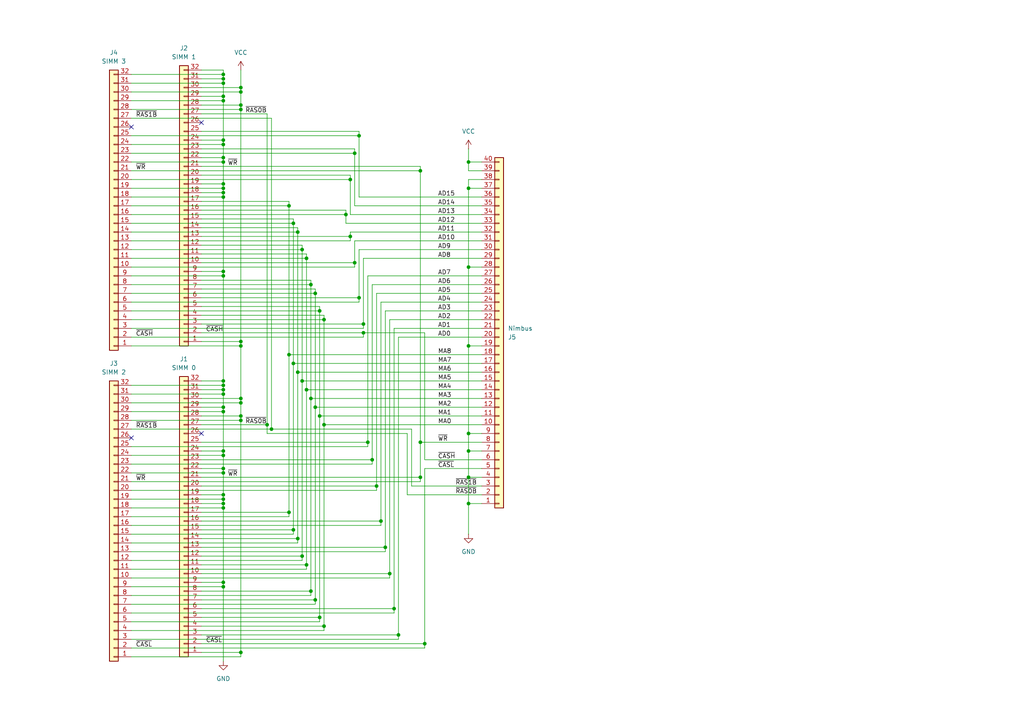
<source format=kicad_sch>
(kicad_sch (version 20231120) (generator "eeschema") (generator_version "8.0")
  (paper "A4")
  (title_block (title "RM Nimbus PC-186 SIMM adaptor") (date "2025-02-06") (company "David Knoll"))
  (lib_symbols
    (symbol "Connector_Generic:Conn_01x32" (pin_names (offset 1.016) hide)
      (property "Reference" "J" (at 0 40.64 0))
      (property "Value" "Conn_01x32" (at 0 -43.18 0))
      (symbol "Conn_01x32_1_1"
        (rectangle (start -1.27 -40.513) (end 0 -40.767) (stroke (width 0.1524)))
        (rectangle (start -1.27 -37.973) (end 0 -38.227) (stroke (width 0.1524)))
        (rectangle (start -1.27 -35.433) (end 0 -35.687) (stroke (width 0.1524)))
        (rectangle (start -1.27 -32.893) (end 0 -33.147) (stroke (width 0.1524)))
        (rectangle (start -1.27 -30.353) (end 0 -30.607) (stroke (width 0.1524)))
        (rectangle (start -1.27 -27.813) (end 0 -28.067) (stroke (width 0.1524)))
        (rectangle (start -1.27 -25.273) (end 0 -25.527) (stroke (width 0.1524)))
        (rectangle (start -1.27 -22.733) (end 0 -22.987) (stroke (width 0.1524)))
        (rectangle (start -1.27 -20.193) (end 0 -20.447) (stroke (width 0.1524)))
        (rectangle (start -1.27 -17.653) (end 0 -17.907) (stroke (width 0.1524)))
        (rectangle (start -1.27 -15.113) (end 0 -15.367) (stroke (width 0.1524)))
        (rectangle (start -1.27 -12.573) (end 0 -12.827) (stroke (width 0.1524)))
        (rectangle (start -1.27 -10.033) (end 0 -10.287) (stroke (width 0.1524)))
        (rectangle (start -1.27 -7.493) (end 0 -7.747) (stroke (width 0.1524)))
        (rectangle (start -1.27 -4.953) (end 0 -5.207) (stroke (width 0.1524)))
        (rectangle (start -1.27 -2.413) (end 0 -2.667) (stroke (width 0.1524)))
        (rectangle (start -1.27 0.127) (end 0 -0.127) (stroke (width 0.1524)))
        (rectangle (start -1.27 2.667) (end 0 2.413) (stroke (width 0.1524)))
        (rectangle (start -1.27 5.207) (end 0 4.953) (stroke (width 0.1524)))
        (rectangle (start -1.27 7.747) (end 0 7.493) (stroke (width 0.1524)))
        (rectangle (start -1.27 10.287) (end 0 10.033) (stroke (width 0.1524)))
        (rectangle (start -1.27 12.827) (end 0 12.573) (stroke (width 0.1524)))
        (rectangle (start -1.27 15.367) (end 0 15.113) (stroke (width 0.1524)))
        (rectangle (start -1.27 17.907) (end 0 17.653) (stroke (width 0.1524)))
        (rectangle (start -1.27 20.447) (end 0 20.193) (stroke (width 0.1524)))
        (rectangle (start -1.27 22.987) (end 0 22.733) (stroke (width 0.1524)))
        (rectangle (start -1.27 25.527) (end 0 25.273) (stroke (width 0.1524)))
        (rectangle (start -1.27 28.067) (end 0 27.813) (stroke (width 0.1524)))
        (rectangle (start -1.27 30.607) (end 0 30.353) (stroke (width 0.1524)))
        (rectangle (start -1.27 33.147) (end 0 32.893) (stroke (width 0.1524)))
        (rectangle (start -1.27 35.687) (end 0 35.433) (stroke (width 0.1524)))
        (rectangle (start -1.27 38.227) (end 0 37.973) (stroke (width 0.1524)))
        (rectangle (start -1.27 39.37) (end 1.27 -41.91) (stroke (width 0.254)) (fill (type background)))
        (pin passive line (at -5.08 38.1 0) (length 3.81) (name "Pin_1") (number "1"))
        (pin passive line (at -5.08 15.24 0) (length 3.81) (name "Pin_10") (number "10"))
        (pin passive line (at -5.08 12.7 0) (length 3.81) (name "Pin_11") (number "11"))
        (pin passive line (at -5.08 10.16 0) (length 3.81) (name "Pin_12") (number "12"))
        (pin passive line (at -5.08 7.62 0) (length 3.81) (name "Pin_13") (number "13"))
        (pin passive line (at -5.08 5.08 0) (length 3.81) (name "Pin_14") (number "14"))
        (pin passive line (at -5.08 2.54 0) (length 3.81) (name "Pin_15") (number "15"))
        (pin passive line (at -5.08 0 0) (length 3.81) (name "Pin_16") (number "16"))
        (pin passive line (at -5.08 -2.54 0) (length 3.81) (name "Pin_17") (number "17"))
        (pin passive line (at -5.08 -5.08 0) (length 3.81) (name "Pin_18") (number "18"))
        (pin passive line (at -5.08 -7.62 0) (length 3.81) (name "Pin_19") (number "19"))
        (pin passive line (at -5.08 35.56 0) (length 3.81) (name "Pin_2") (number "2"))
        (pin passive line (at -5.08 -10.16 0) (length 3.81) (name "Pin_20") (number "20"))
        (pin passive line (at -5.08 -12.7 0) (length 3.81) (name "Pin_21") (number "21"))
        (pin passive line (at -5.08 -15.24 0) (length 3.81) (name "Pin_22") (number "22"))
        (pin passive line (at -5.08 -17.78 0) (length 3.81) (name "Pin_23") (number "23"))
        (pin passive line (at -5.08 -20.32 0) (length 3.81) (name "Pin_24") (number "24"))
        (pin passive line (at -5.08 -22.86 0) (length 3.81) (name "Pin_25") (number "25"))
        (pin passive line (at -5.08 -25.4 0) (length 3.81) (name "Pin_26") (number "26"))
        (pin passive line (at -5.08 -27.94 0) (length 3.81) (name "Pin_27") (number "27"))
        (pin passive line (at -5.08 -30.48 0) (length 3.81) (name "Pin_28") (number "28"))
        (pin passive line (at -5.08 -33.02 0) (length 3.81) (name "Pin_29") (number "29"))
        (pin passive line (at -5.08 33.02 0) (length 3.81) (name "Pin_3") (number "3"))
        (pin passive line (at -5.08 -35.56 0) (length 3.81) (name "Pin_30") (number "30"))
        (pin passive line (at -5.08 -38.1 0) (length 3.81) (name "Pin_31") (number "31"))
        (pin passive line (at -5.08 -40.64 0) (length 3.81) (name "Pin_32") (number "32"))
        (pin passive line (at -5.08 30.48 0) (length 3.81) (name "Pin_4") (number "4"))
        (pin passive line (at -5.08 27.94 0) (length 3.81) (name "Pin_5") (number "5"))
        (pin passive line (at -5.08 25.4 0) (length 3.81) (name "Pin_6") (number "6"))
        (pin passive line (at -5.08 22.86 0) (length 3.81) (name "Pin_7") (number "7"))
        (pin passive line (at -5.08 20.32 0) (length 3.81) (name "Pin_8") (number "8"))
        (pin passive line (at -5.08 17.78 0) (length 3.81) (name "Pin_9") (number "9"))
      )
    )
    (symbol "Connector_Generic:Conn_01x40" (pin_names (offset 1.016) hide)
      (property "Reference" "J" (at 0 50.8 0))
      (property "Value" "Conn_01x40" (at 0 -53.34 0))
      (symbol "Conn_01x40_1_1"
        (rectangle (start -1.27 -50.673) (end 0 -50.927) (stroke (width 0.1524)))
        (rectangle (start -1.27 -48.133) (end 0 -48.387) (stroke (width 0.1524)))
        (rectangle (start -1.27 -45.593) (end 0 -45.847) (stroke (width 0.1524)))
        (rectangle (start -1.27 -43.053) (end 0 -43.307) (stroke (width 0.1524)))
        (rectangle (start -1.27 -40.513) (end 0 -40.767) (stroke (width 0.1524)))
        (rectangle (start -1.27 -37.973) (end 0 -38.227) (stroke (width 0.1524)))
        (rectangle (start -1.27 -35.433) (end 0 -35.687) (stroke (width 0.1524)))
        (rectangle (start -1.27 -32.893) (end 0 -33.147) (stroke (width 0.1524)))
        (rectangle (start -1.27 -30.353) (end 0 -30.607) (stroke (width 0.1524)))
        (rectangle (start -1.27 -27.813) (end 0 -28.067) (stroke (width 0.1524)))
        (rectangle (start -1.27 -25.273) (end 0 -25.527) (stroke (width 0.1524)))
        (rectangle (start -1.27 -22.733) (end 0 -22.987) (stroke (width 0.1524)))
        (rectangle (start -1.27 -20.193) (end 0 -20.447) (stroke (width 0.1524)))
        (rectangle (start -1.27 -17.653) (end 0 -17.907) (stroke (width 0.1524)))
        (rectangle (start -1.27 -15.113) (end 0 -15.367) (stroke (width 0.1524)))
        (rectangle (start -1.27 -12.573) (end 0 -12.827) (stroke (width 0.1524)))
        (rectangle (start -1.27 -10.033) (end 0 -10.287) (stroke (width 0.1524)))
        (rectangle (start -1.27 -7.493) (end 0 -7.747) (stroke (width 0.1524)))
        (rectangle (start -1.27 -4.953) (end 0 -5.207) (stroke (width 0.1524)))
        (rectangle (start -1.27 -2.413) (end 0 -2.667) (stroke (width 0.1524)))
        (rectangle (start -1.27 0.127) (end 0 -0.127) (stroke (width 0.1524)))
        (rectangle (start -1.27 2.667) (end 0 2.413) (stroke (width 0.1524)))
        (rectangle (start -1.27 5.207) (end 0 4.953) (stroke (width 0.1524)))
        (rectangle (start -1.27 7.747) (end 0 7.493) (stroke (width 0.1524)))
        (rectangle (start -1.27 10.287) (end 0 10.033) (stroke (width 0.1524)))
        (rectangle (start -1.27 12.827) (end 0 12.573) (stroke (width 0.1524)))
        (rectangle (start -1.27 15.367) (end 0 15.113) (stroke (width 0.1524)))
        (rectangle (start -1.27 17.907) (end 0 17.653) (stroke (width 0.1524)))
        (rectangle (start -1.27 20.447) (end 0 20.193) (stroke (width 0.1524)))
        (rectangle (start -1.27 22.987) (end 0 22.733) (stroke (width 0.1524)))
        (rectangle (start -1.27 25.527) (end 0 25.273) (stroke (width 0.1524)))
        (rectangle (start -1.27 28.067) (end 0 27.813) (stroke (width 0.1524)))
        (rectangle (start -1.27 30.607) (end 0 30.353) (stroke (width 0.1524)))
        (rectangle (start -1.27 33.147) (end 0 32.893) (stroke (width 0.1524)))
        (rectangle (start -1.27 35.687) (end 0 35.433) (stroke (width 0.1524)))
        (rectangle (start -1.27 38.227) (end 0 37.973) (stroke (width 0.1524)))
        (rectangle (start -1.27 40.767) (end 0 40.513) (stroke (width 0.1524)))
        (rectangle (start -1.27 43.307) (end 0 43.053) (stroke (width 0.1524)))
        (rectangle (start -1.27 45.847) (end 0 45.593) (stroke (width 0.1524)))
        (rectangle (start -1.27 48.387) (end 0 48.133) (stroke (width 0.1524)))
        (rectangle (start -1.27 49.53) (end 1.27 -52.07) (stroke (width 0.254)) (fill (type background)))
        (pin passive line (at -5.08 48.26 0) (length 3.81) (name "Pin_1") (number "1"))
        (pin passive line (at -5.08 25.4 0) (length 3.81) (name "Pin_10") (number "10"))
        (pin passive line (at -5.08 22.86 0) (length 3.81) (name "Pin_11") (number "11"))
        (pin passive line (at -5.08 20.32 0) (length 3.81) (name "Pin_12") (number "12"))
        (pin passive line (at -5.08 17.78 0) (length 3.81) (name "Pin_13") (number "13"))
        (pin passive line (at -5.08 15.24 0) (length 3.81) (name "Pin_14") (number "14"))
        (pin passive line (at -5.08 12.7 0) (length 3.81) (name "Pin_15") (number "15"))
        (pin passive line (at -5.08 10.16 0) (length 3.81) (name "Pin_16") (number "16"))
        (pin passive line (at -5.08 7.62 0) (length 3.81) (name "Pin_17") (number "17"))
        (pin passive line (at -5.08 5.08 0) (length 3.81) (name "Pin_18") (number "18"))
        (pin passive line (at -5.08 2.54 0) (length 3.81) (name "Pin_19") (number "19"))
        (pin passive line (at -5.08 45.72 0) (length 3.81) (name "Pin_2") (number "2"))
        (pin passive line (at -5.08 0 0) (length 3.81) (name "Pin_20") (number "20"))
        (pin passive line (at -5.08 -2.54 0) (length 3.81) (name "Pin_21") (number "21"))
        (pin passive line (at -5.08 -5.08 0) (length 3.81) (name "Pin_22") (number "22"))
        (pin passive line (at -5.08 -7.62 0) (length 3.81) (name "Pin_23") (number "23"))
        (pin passive line (at -5.08 -10.16 0) (length 3.81) (name "Pin_24") (number "24"))
        (pin passive line (at -5.08 -12.7 0) (length 3.81) (name "Pin_25") (number "25"))
        (pin passive line (at -5.08 -15.24 0) (length 3.81) (name "Pin_26") (number "26"))
        (pin passive line (at -5.08 -17.78 0) (length 3.81) (name "Pin_27") (number "27"))
        (pin passive line (at -5.08 -20.32 0) (length 3.81) (name "Pin_28") (number "28"))
        (pin passive line (at -5.08 -22.86 0) (length 3.81) (name "Pin_29") (number "29"))
        (pin passive line (at -5.08 43.18 0) (length 3.81) (name "Pin_3") (number "3"))
        (pin passive line (at -5.08 -25.4 0) (length 3.81) (name "Pin_30") (number "30"))
        (pin passive line (at -5.08 -27.94 0) (length 3.81) (name "Pin_31") (number "31"))
        (pin passive line (at -5.08 -30.48 0) (length 3.81) (name "Pin_32") (number "32"))
        (pin passive line (at -5.08 -33.02 0) (length 3.81) (name "Pin_33") (number "33"))
        (pin passive line (at -5.08 -35.56 0) (length 3.81) (name "Pin_34") (number "34"))
        (pin passive line (at -5.08 -38.1 0) (length 3.81) (name "Pin_35") (number "35"))
        (pin passive line (at -5.08 -40.64 0) (length 3.81) (name "Pin_36") (number "36"))
        (pin passive line (at -5.08 -43.18 0) (length 3.81) (name "Pin_37") (number "37"))
        (pin passive line (at -5.08 -45.72 0) (length 3.81) (name "Pin_38") (number "38"))
        (pin passive line (at -5.08 -48.26 0) (length 3.81) (name "Pin_39") (number "39"))
        (pin passive line (at -5.08 40.64 0) (length 3.81) (name "Pin_4") (number "4"))
        (pin passive line (at -5.08 -50.8 0) (length 3.81) (name "Pin_40") (number "40"))
        (pin passive line (at -5.08 38.1 0) (length 3.81) (name "Pin_5") (number "5"))
        (pin passive line (at -5.08 35.56 0) (length 3.81) (name "Pin_6") (number "6"))
        (pin passive line (at -5.08 33.02 0) (length 3.81) (name "Pin_7") (number "7"))
        (pin passive line (at -5.08 30.48 0) (length 3.81) (name "Pin_8") (number "8"))
        (pin passive line (at -5.08 27.94 0) (length 3.81) (name "Pin_9") (number "9"))
      )
    )
    (symbol "power:GND" (power) (pin_numbers hide) (pin_names (offset 0) hide)
      (property "Value" "GND" (at 0 -3.81 0))
      (symbol "GND_0_1"
        (polyline (pts (xy 0 0) (xy 0 -1.27) (xy 1.27 -1.27) (xy 0 -2.54) (xy -1.27 -1.27) (xy 0 -1.27)))
      )
      (symbol "GND_1_1"
        (pin power_in line (at 0 0 270) (length 0) (name "~") (number "1"))
      )
    )
    (symbol "power:VCC" (power) (pin_numbers hide) (pin_names (offset 0) hide)
      (property "Value" "VCC" (at 0 3.556 0))
      (symbol "VCC_0_1"
        (polyline (pts (xy -0.762 1.27) (xy 0 2.54)))
        (polyline (pts (xy 0 0) (xy 0 2.54)))
        (polyline (pts (xy 0 2.54) (xy 0.762 1.27)))
      )
      (symbol "VCC_1_1"
        (pin power_in line (at 0 0 90) (length 0) (name "~") (number "1"))
      )
    )
  )
  (junction (at 64.77 55.88))
  (junction (at 64.77 118.11))
  (junction (at 91.44 118.11))
  (junction (at 135.89 138.43))
  (junction (at 106.68 128.27))
  (junction (at 86.36 67.31))
  (junction (at 83.82 148.59))
  (junction (at 64.77 170.18))
  (junction (at 64.77 53.34))
  (junction (at 69.85 121.92))
  (junction (at 86.36 156.21))
  (junction (at 69.85 100.33))
  (junction (at 69.85 26.67))
  (junction (at 87.63 161.29))
  (junction (at 64.77 78.74))
  (junction (at 93.98 123.19))
  (junction (at 83.82 102.87))
  (junction (at 64.77 22.86))
  (junction (at 107.95 133.35))
  (junction (at 104.14 39.37))
  (junction (at 91.44 85.09))
  (junction (at 64.77 24.13))
  (junction (at 64.77 113.03))
  (junction (at 115.57 184.15))
  (junction (at 64.77 80.01))
  (junction (at 64.77 132.08))
  (junction (at 64.77 54.61))
  (junction (at 86.36 107.95))
  (junction (at 135.89 146.05))
  (junction (at 111.76 158.75))
  (junction (at 78.74 124.46))
  (junction (at 135.89 125.73))
  (junction (at 121.92 128.27))
  (junction (at 64.77 119.38))
  (junction (at 64.77 110.49))
  (junction (at 69.85 189.23))
  (junction (at 113.03 166.37))
  (junction (at 91.44 173.99))
  (junction (at 77.47 123.19))
  (junction (at 69.85 115.57))
  (junction (at 114.3 176.53))
  (junction (at 135.89 100.33))
  (junction (at 64.77 57.15))
  (junction (at 110.49 151.13))
  (junction (at 102.87 44.45))
  (junction (at 90.17 82.55))
  (junction (at 92.71 179.07))
  (junction (at 69.85 116.84))
  (junction (at 87.63 72.39))
  (junction (at 109.22 140.97))
  (junction (at 123.19 186.69))
  (junction (at 101.6 68.58))
  (junction (at 101.6 52.07))
  (junction (at 64.77 135.89))
  (junction (at 64.77 144.78))
  (junction (at 87.63 110.49))
  (junction (at 64.77 143.51))
  (junction (at 64.77 27.94))
  (junction (at 135.89 46.99))
  (junction (at 64.77 21.59))
  (junction (at 64.77 137.16))
  (junction (at 105.41 93.98))
  (junction (at 88.9 163.83))
  (junction (at 135.89 54.61))
  (junction (at 93.98 181.61))
  (junction (at 104.14 86.36))
  (junction (at 64.77 45.72))
  (junction (at 64.77 130.81))
  (junction (at 64.77 114.3))
  (junction (at 135.89 130.81))
  (junction (at 88.9 74.93))
  (junction (at 64.77 111.76))
  (junction (at 64.77 40.64))
  (junction (at 88.9 113.03))
  (junction (at 64.77 147.32))
  (junction (at 64.77 29.21))
  (junction (at 64.77 146.05))
  (junction (at 121.92 138.43))
  (junction (at 69.85 31.75))
  (junction (at 69.85 99.06))
  (junction (at 64.77 46.99))
  (junction (at 69.85 30.48))
  (junction (at 92.71 120.65))
  (junction (at 121.92 49.53))
  (junction (at 105.41 96.52))
  (junction (at 85.09 153.67))
  (junction (at 64.77 168.91))
  (junction (at 90.17 115.57))
  (junction (at 135.89 77.47))
  (junction (at 93.98 92.71))
  (junction (at 102.87 76.2))
  (junction (at 69.85 120.65))
  (junction (at 83.82 59.69))
  (junction (at 90.17 171.45))
  (junction (at 92.71 90.17))
  (junction (at 100.33 62.23))
  (junction (at 64.77 41.91))
  (junction (at 85.09 105.41))
  (junction (at 85.09 64.77))
  (junction (at 69.85 25.4))
  (no_connect (at 38.1 36.83))
  (no_connect (at 58.42 35.56))
  (no_connect (at 38.1 127))
  (no_connect (at 58.42 125.73))
  (wire (pts (xy 87.63 162.56) (xy 87.63 161.29)))
  (wire (pts (xy 107.95 134.62) (xy 107.95 133.35)))
  (wire (pts (xy 38.1 157.48) (xy 86.36 157.48)))
  (wire (pts (xy 92.71 90.17) (xy 92.71 88.9)))
  (wire (pts (xy 38.1 167.64) (xy 113.03 167.64)))
  (wire (pts (xy 139.7 95.25) (xy 114.3 95.25)))
  (wire (pts (xy 38.1 187.96) (xy 123.19 187.96)))
  (wire (pts (xy 121.92 48.26) (xy 58.42 48.26)))
  (wire (pts (xy 123.19 133.35) (xy 139.7 133.35)))
  (wire (pts (xy 38.1 175.26) (xy 91.44 175.26)))
  (wire (pts (xy 93.98 182.88) (xy 93.98 181.61)))
  (wire (pts (xy 58.42 93.98) (xy 105.41 93.98)))
  (wire (pts (xy 86.36 67.31) (xy 86.36 66.04)))
  (wire (pts (xy 38.1 119.38) (xy 64.77 119.38)))
  (wire (pts (xy 86.36 157.48) (xy 86.36 156.21)))
  (wire (pts (xy 139.7 135.89) (xy 123.19 135.89)))
  (wire (pts (xy 113.03 167.64) (xy 113.03 166.37)))
  (wire (pts (xy 38.1 134.62) (xy 107.95 134.62)))
  (wire (pts (xy 64.77 40.64) (xy 64.77 41.91)))
  (wire (pts (xy 38.1 87.63) (xy 104.14 87.63)))
  (wire (pts (xy 58.42 60.96) (xy 100.33 60.96)))
  (wire (pts (xy 64.77 27.94) (xy 64.77 29.21)))
  (wire (pts (xy 38.1 147.32) (xy 64.77 147.32)))
  (wire (pts (xy 38.1 142.24) (xy 109.22 142.24)))
  (wire (pts (xy 109.22 142.24) (xy 109.22 140.97)))
  (wire (pts (xy 101.6 67.31) (xy 101.6 68.58)))
  (wire (pts (xy 38.1 165.1) (xy 88.9 165.1)))
  (wire (pts (xy 38.1 97.79) (xy 105.41 97.79)))
  (wire (pts (xy 38.1 52.07) (xy 101.6 52.07)))
  (wire (pts (xy 58.42 20.32) (xy 64.77 20.32)))
  (wire (pts (xy 88.9 73.66) (xy 58.42 73.66)))
  (wire (pts (xy 58.42 33.02) (xy 77.47 33.02)))
  (wire (pts (xy 38.1 46.99) (xy 64.77 46.99)))
  (wire (pts (xy 38.1 111.76) (xy 64.77 111.76)))
  (wire (pts (xy 113.03 92.71) (xy 139.7 92.71)))
  (wire (pts (xy 58.42 53.34) (xy 64.77 53.34)))
  (wire (pts (xy 38.1 59.69) (xy 83.82 59.69)))
  (wire (pts (xy 38.1 80.01) (xy 64.77 80.01)))
  (wire (pts (xy 87.63 161.29) (xy 87.63 110.49)))
  (wire (pts (xy 86.36 107.95) (xy 86.36 156.21)))
  (wire (pts (xy 64.77 55.88) (xy 64.77 57.15)))
  (wire (pts (xy 58.42 153.67) (xy 85.09 153.67)))
  (wire (pts (xy 64.77 191.77) (xy 64.77 170.18)))
  (wire (pts (xy 38.1 170.18) (xy 64.77 170.18)))
  (wire (pts (xy 64.77 143.51) (xy 64.77 144.78)))
  (wire (pts (xy 123.19 135.89) (xy 123.19 186.69)))
  (wire (pts (xy 38.1 144.78) (xy 64.77 144.78)))
  (wire (pts (xy 121.92 139.7) (xy 121.92 138.43)))
  (wire (pts (xy 109.22 85.09) (xy 109.22 140.97)))
  (wire (pts (xy 135.89 138.43) (xy 139.7 138.43)))
  (wire (pts (xy 91.44 118.11) (xy 91.44 85.09)))
  (wire (pts (xy 38.1 116.84) (xy 69.85 116.84)))
  (wire (pts (xy 135.89 100.33) (xy 139.7 100.33)))
  (wire (pts (xy 123.19 187.96) (xy 123.19 186.69)))
  (wire (pts (xy 107.95 133.35) (xy 107.95 82.55)))
  (wire (pts (xy 135.89 146.05) (xy 135.89 138.43)))
  (wire (pts (xy 69.85 25.4) (xy 69.85 20.32)))
  (wire (pts (xy 64.77 80.01) (xy 64.77 78.74)))
  (wire (pts (xy 85.09 105.41) (xy 85.09 64.77)))
  (wire (pts (xy 38.1 185.42) (xy 115.57 185.42)))
  (wire (pts (xy 38.1 162.56) (xy 87.63 162.56)))
  (wire (pts (xy 38.1 44.45) (xy 102.87 44.45)))
  (wire (pts (xy 58.42 184.15) (xy 115.57 184.15)))
  (wire (pts (xy 92.71 179.07) (xy 92.71 120.65)))
  (wire (pts (xy 135.89 125.73) (xy 139.7 125.73)))
  (wire (pts (xy 102.87 76.2) (xy 102.87 69.85)))
  (wire (pts (xy 83.82 58.42) (xy 58.42 58.42)))
  (wire (pts (xy 64.77 132.08) (xy 64.77 130.81)))
  (wire (pts (xy 88.9 74.93) (xy 88.9 73.66)))
  (wire (pts (xy 106.68 128.27) (xy 106.68 80.01)))
  (wire (pts (xy 58.42 45.72) (xy 64.77 45.72)))
  (wire (pts (xy 92.71 120.65) (xy 92.71 90.17)))
  (wire (pts (xy 91.44 85.09) (xy 91.44 83.82)))
  (wire (pts (xy 38.1 132.08) (xy 64.77 132.08)))
  (wire (pts (xy 64.77 57.15) (xy 64.77 78.74)))
  (wire (pts (xy 38.1 74.93) (xy 88.9 74.93)))
  (wire (pts (xy 139.7 128.27) (xy 121.92 128.27)))
  (wire (pts (xy 64.77 119.38) (xy 64.77 118.11)))
  (wire (pts (xy 93.98 123.19) (xy 93.98 181.61)))
  (wire (pts (xy 109.22 140.97) (xy 58.42 140.97)))
  (wire (pts (xy 64.77 170.18) (xy 64.77 168.91)))
  (wire (pts (xy 64.77 20.32) (xy 64.77 21.59)))
  (wire (pts (xy 38.1 57.15) (xy 64.77 57.15)))
  (wire (pts (xy 100.33 60.96) (xy 100.33 62.23)))
  (wire (pts (xy 102.87 69.85) (xy 139.7 69.85)))
  (wire (pts (xy 104.14 57.15) (xy 139.7 57.15)))
  (wire (pts (xy 64.77 29.21) (xy 64.77 40.64)))
  (wire (pts (xy 64.77 24.13) (xy 64.77 27.94)))
  (wire (pts (xy 92.71 88.9) (xy 58.42 88.9)))
  (wire (pts (xy 38.1 100.33) (xy 69.85 100.33)))
  (wire (pts (xy 139.7 107.95) (xy 86.36 107.95)))
  (wire (pts (xy 85.09 63.5) (xy 58.42 63.5)))
  (wire (pts (xy 38.1 62.23) (xy 100.33 62.23)))
  (wire (pts (xy 78.74 124.46) (xy 78.74 34.29)))
  (wire (pts (xy 83.82 58.42) (xy 83.82 59.69)))
  (wire (pts (xy 64.77 53.34) (xy 64.77 54.61)))
  (wire (pts (xy 69.85 120.65) (xy 69.85 116.84)))
  (wire (pts (xy 92.71 180.34) (xy 92.71 179.07)))
  (wire (pts (xy 58.42 143.51) (xy 64.77 143.51)))
  (wire (pts (xy 139.7 115.57) (xy 90.17 115.57)))
  (wire (pts (xy 38.1 160.02) (xy 111.76 160.02)))
  (wire (pts (xy 38.1 124.46) (xy 78.74 124.46)))
  (wire (pts (xy 118.11 143.51) (xy 139.7 143.51)))
  (wire (pts (xy 38.1 121.92) (xy 69.85 121.92)))
  (wire (pts (xy 38.1 90.17) (xy 92.71 90.17)))
  (wire (pts (xy 139.7 113.03) (xy 88.9 113.03)))
  (wire (pts (xy 38.1 172.72) (xy 90.17 172.72)))
  (wire (pts (xy 69.85 99.06) (xy 69.85 31.75)))
  (wire (pts (xy 105.41 74.93) (xy 139.7 74.93)))
  (wire (pts (xy 106.68 129.54) (xy 106.68 128.27)))
  (wire (pts (xy 64.77 22.86) (xy 64.77 24.13)))
  (wire (pts (xy 38.1 72.39) (xy 87.63 72.39)))
  (wire (pts (xy 58.42 120.65) (xy 69.85 120.65)))
  (wire (pts (xy 58.42 40.64) (xy 64.77 40.64)))
  (wire (pts (xy 77.47 123.19) (xy 58.42 123.19)))
  (wire (pts (xy 139.7 67.31) (xy 101.6 67.31)))
  (wire (pts (xy 123.19 186.69) (xy 58.42 186.69)))
  (wire (pts (xy 58.42 76.2) (xy 102.87 76.2)))
  (wire (pts (xy 38.1 177.8) (xy 114.3 177.8)))
  (wire (pts (xy 58.42 27.94) (xy 64.77 27.94)))
  (wire (pts (xy 77.47 33.02) (xy 77.47 123.19)))
  (wire (pts (xy 139.7 49.53) (xy 135.89 49.53)))
  (wire (pts (xy 115.57 184.15) (xy 115.57 97.79)))
  (wire (pts (xy 38.1 139.7) (xy 121.92 139.7)))
  (wire (pts (xy 58.42 133.35) (xy 107.95 133.35)))
  (wire (pts (xy 88.9 113.03) (xy 88.9 74.93)))
  (wire (pts (xy 78.74 34.29) (xy 38.1 34.29)))
  (wire (pts (xy 135.89 77.47) (xy 135.89 54.61)))
  (wire (pts (xy 38.1 64.77) (xy 85.09 64.77)))
  (wire (pts (xy 58.42 146.05) (xy 64.77 146.05)))
  (wire (pts (xy 58.42 166.37) (xy 113.03 166.37)))
  (wire (pts (xy 86.36 107.95) (xy 86.36 67.31)))
  (wire (pts (xy 58.42 55.88) (xy 64.77 55.88)))
  (wire (pts (xy 115.57 97.79) (xy 139.7 97.79)))
  (wire (pts (xy 111.76 158.75) (xy 58.42 158.75)))
  (wire (pts (xy 87.63 72.39) (xy 87.63 71.12)))
  (wire (pts (xy 135.89 54.61) (xy 135.89 52.07)))
  (wire (pts (xy 115.57 185.42) (xy 115.57 184.15)))
  (wire (pts (xy 90.17 171.45) (xy 58.42 171.45)))
  (wire (pts (xy 111.76 90.17) (xy 111.76 158.75)))
  (wire (pts (xy 38.1 137.16) (xy 64.77 137.16)))
  (wire (pts (xy 38.1 29.21) (xy 64.77 29.21)))
  (wire (pts (xy 121.92 128.27) (xy 121.92 49.53)))
  (wire (pts (xy 102.87 44.45) (xy 102.87 43.18)))
  (wire (pts (xy 58.42 115.57) (xy 69.85 115.57)))
  (wire (pts (xy 139.7 72.39) (xy 104.14 72.39)))
  (wire (pts (xy 58.42 22.86) (xy 64.77 22.86)))
  (wire (pts (xy 64.77 130.81) (xy 64.77 119.38)))
  (wire (pts (xy 58.42 118.11) (xy 64.77 118.11)))
  (wire (pts (xy 90.17 115.57) (xy 90.17 82.55)))
  (wire (pts (xy 102.87 77.47) (xy 102.87 76.2)))
  (wire (pts (xy 38.1 41.91) (xy 64.77 41.91)))
  (wire (pts (xy 64.77 78.74) (xy 58.42 78.74)))
  (wire (pts (xy 105.41 96.52) (xy 123.19 96.52)))
  (wire (pts (xy 64.77 21.59) (xy 64.77 22.86)))
  (wire (pts (xy 83.82 102.87) (xy 83.82 148.59)))
  (wire (pts (xy 135.89 100.33) (xy 135.89 77.47)))
  (wire (pts (xy 104.14 39.37) (xy 104.14 57.15)))
  (wire (pts (xy 64.77 137.16) (xy 64.77 143.51)))
  (wire (pts (xy 139.7 123.19) (xy 93.98 123.19)))
  (wire (pts (xy 110.49 87.63) (xy 139.7 87.63)))
  (wire (pts (xy 58.42 161.29) (xy 87.63 161.29)))
  (wire (pts (xy 83.82 102.87) (xy 139.7 102.87)))
  (wire (pts (xy 38.1 85.09) (xy 91.44 85.09)))
  (wire (pts (xy 38.1 152.4) (xy 110.49 152.4)))
  (wire (pts (xy 135.89 146.05) (xy 139.7 146.05)))
  (wire (pts (xy 135.89 49.53) (xy 135.89 46.99)))
  (wire (pts (xy 77.47 125.73) (xy 118.11 125.73)))
  (wire (pts (xy 38.1 92.71) (xy 93.98 92.71)))
  (wire (pts (xy 85.09 105.41) (xy 139.7 105.41)))
  (wire (pts (xy 38.1 39.37) (xy 104.14 39.37)))
  (wire (pts (xy 69.85 115.57) (xy 69.85 100.33)))
  (wire (pts (xy 64.77 135.89) (xy 64.77 137.16)))
  (wire (pts (xy 77.47 123.19) (xy 77.47 125.73)))
  (wire (pts (xy 104.14 72.39) (xy 104.14 86.36)))
  (wire (pts (xy 135.89 154.94) (xy 135.89 146.05)))
  (wire (pts (xy 58.42 50.8) (xy 101.6 50.8)))
  (wire (pts (xy 58.42 99.06) (xy 69.85 99.06)))
  (wire (pts (xy 104.14 87.63) (xy 104.14 86.36)))
  (wire (pts (xy 105.41 95.25) (xy 105.41 93.98)))
  (wire (pts (xy 118.11 125.73) (xy 118.11 143.51)))
  (wire (pts (xy 110.49 151.13) (xy 110.49 87.63)))
  (wire (pts (xy 58.42 38.1) (xy 104.14 38.1)))
  (wire (pts (xy 38.1 180.34) (xy 92.71 180.34)))
  (wire (pts (xy 38.1 24.13) (xy 64.77 24.13)))
  (wire (pts (xy 101.6 69.85) (xy 101.6 68.58)))
  (wire (pts (xy 135.89 46.99) (xy 135.89 43.18)))
  (wire (pts (xy 85.09 153.67) (xy 85.09 105.41)))
  (wire (pts (xy 91.44 173.99) (xy 91.44 118.11)))
  (wire (pts (xy 86.36 156.21) (xy 58.42 156.21)))
  (wire (pts (xy 106.68 80.01) (xy 139.7 80.01)))
  (wire (pts (xy 139.7 59.69) (xy 102.87 59.69)))
  (wire (pts (xy 107.95 82.55) (xy 139.7 82.55)))
  (wire (pts (xy 69.85 26.67) (xy 69.85 25.4)))
  (wire (pts (xy 58.42 168.91) (xy 64.77 168.91)))
  (wire (pts (xy 38.1 182.88) (xy 93.98 182.88)))
  (wire (pts (xy 91.44 175.26) (xy 91.44 173.99)))
  (wire (pts (xy 38.1 82.55) (xy 90.17 82.55)))
  (wire (pts (xy 64.77 41.91) (xy 64.77 45.72)))
  (wire (pts (xy 87.63 71.12) (xy 58.42 71.12)))
  (wire (pts (xy 38.1 54.61) (xy 64.77 54.61)))
  (wire (pts (xy 135.89 138.43) (xy 135.89 130.81)))
  (wire (pts (xy 88.9 163.83) (xy 58.42 163.83)))
  (wire (pts (xy 102.87 43.18) (xy 58.42 43.18)))
  (wire (pts (xy 135.89 77.47) (xy 139.7 77.47)))
  (wire (pts (xy 93.98 123.19) (xy 93.98 92.71)))
  (wire (pts (xy 58.42 25.4) (xy 69.85 25.4)))
  (wire (pts (xy 114.3 176.53) (xy 58.42 176.53)))
  (wire (pts (xy 101.6 62.23) (xy 139.7 62.23)))
  (wire (pts (xy 69.85 121.92) (xy 69.85 120.65)))
  (wire (pts (xy 58.42 113.03) (xy 64.77 113.03)))
  (wire (pts (xy 64.77 45.72) (xy 64.77 46.99)))
  (wire (pts (xy 91.44 118.11) (xy 139.7 118.11)))
  (wire (pts (xy 58.42 96.52) (xy 105.41 96.52)))
  (wire (pts (xy 135.89 52.07) (xy 139.7 52.07)))
  (wire (pts (xy 114.3 95.25) (xy 114.3 176.53)))
  (wire (pts (xy 64.77 135.89) (xy 64.77 132.08)))
  (wire (pts (xy 83.82 148.59) (xy 58.42 148.59)))
  (wire (pts (xy 58.42 30.48) (xy 69.85 30.48)))
  (wire (pts (xy 93.98 91.44) (xy 58.42 91.44)))
  (wire (pts (xy 87.63 110.49) (xy 139.7 110.49)))
  (wire (pts (xy 64.77 54.61) (xy 64.77 55.88)))
  (wire (pts (xy 69.85 189.23) (xy 69.85 121.92)))
  (wire (pts (xy 38.1 67.31) (xy 86.36 67.31)))
  (wire (pts (xy 93.98 181.61) (xy 58.42 181.61)))
  (wire (pts (xy 58.42 173.99) (xy 91.44 173.99)))
  (wire (pts (xy 58.42 179.07) (xy 92.71 179.07)))
  (wire (pts (xy 100.33 62.23) (xy 100.33 64.77)))
  (wire (pts (xy 38.1 49.53) (xy 121.92 49.53)))
  (wire (pts (xy 102.87 59.69) (xy 102.87 44.45)))
  (wire (pts (xy 38.1 69.85) (xy 101.6 69.85)))
  (wire (pts (xy 88.9 165.1) (xy 88.9 163.83)))
  (wire (pts (xy 64.77 110.49) (xy 58.42 110.49)))
  (wire (pts (xy 38.1 31.75) (xy 69.85 31.75)))
  (wire (pts (xy 135.89 46.99) (xy 139.7 46.99)))
  (wire (pts (xy 69.85 30.48) (xy 69.85 26.67)))
  (wire (pts (xy 110.49 152.4) (xy 110.49 151.13)))
  (wire (pts (xy 105.41 97.79) (xy 105.41 96.52)))
  (wire (pts (xy 90.17 81.28) (xy 58.42 81.28)))
  (wire (pts (xy 64.77 114.3) (xy 64.77 113.03)))
  (wire (pts (xy 78.74 124.46) (xy 119.38 124.46)))
  (wire (pts (xy 93.98 92.71) (xy 93.98 91.44)))
  (wire (pts (xy 85.09 64.77) (xy 85.09 63.5)))
  (wire (pts (xy 38.1 77.47) (xy 102.87 77.47)))
  (wire (pts (xy 58.42 135.89) (xy 64.77 135.89)))
  (wire (pts (xy 38.1 154.94) (xy 85.09 154.94)))
  (wire (pts (xy 87.63 110.49) (xy 87.63 72.39)))
  (wire (pts (xy 92.71 120.65) (xy 139.7 120.65)))
  (wire (pts (xy 69.85 31.75) (xy 69.85 30.48)))
  (wire (pts (xy 38.1 21.59) (xy 64.77 21.59)))
  (wire (pts (xy 83.82 149.86) (xy 83.82 148.59)))
  (wire (pts (xy 64.77 147.32) (xy 64.77 168.91)))
  (wire (pts (xy 101.6 52.07) (xy 101.6 62.23)))
  (wire (pts (xy 64.77 113.03) (xy 64.77 111.76)))
  (wire (pts (xy 111.76 160.02) (xy 111.76 158.75)))
  (wire (pts (xy 64.77 46.99) (xy 64.77 53.34)))
  (wire (pts (xy 64.77 110.49) (xy 64.77 80.01)))
  (wire (pts (xy 38.1 114.3) (xy 64.77 114.3)))
  (wire (pts (xy 90.17 115.57) (xy 90.17 171.45)))
  (wire (pts (xy 58.42 128.27) (xy 106.68 128.27)))
  (wire (pts (xy 58.42 189.23) (xy 69.85 189.23)))
  (wire (pts (xy 121.92 138.43) (xy 58.42 138.43)))
  (wire (pts (xy 135.89 100.33) (xy 135.89 125.73)))
  (wire (pts (xy 114.3 177.8) (xy 114.3 176.53)))
  (wire (pts (xy 85.09 154.94) (xy 85.09 153.67)))
  (wire (pts (xy 105.41 93.98) (xy 105.41 74.93)))
  (wire (pts (xy 69.85 116.84) (xy 69.85 115.57)))
  (wire (pts (xy 90.17 172.72) (xy 90.17 171.45)))
  (wire (pts (xy 104.14 86.36) (xy 58.42 86.36)))
  (wire (pts (xy 135.89 130.81) (xy 139.7 130.81)))
  (wire (pts (xy 119.38 140.97) (xy 139.7 140.97)))
  (wire (pts (xy 101.6 50.8) (xy 101.6 52.07)))
  (wire (pts (xy 64.77 118.11) (xy 64.77 114.3)))
  (wire (pts (xy 58.42 130.81) (xy 64.77 130.81)))
  (wire (pts (xy 64.77 111.76) (xy 64.77 110.49)))
  (wire (pts (xy 119.38 124.46) (xy 119.38 140.97)))
  (wire (pts (xy 58.42 151.13) (xy 110.49 151.13)))
  (wire (pts (xy 90.17 82.55) (xy 90.17 81.28)))
  (wire (pts (xy 38.1 26.67) (xy 69.85 26.67)))
  (wire (pts (xy 123.19 96.52) (xy 123.19 133.35)))
  (wire (pts (xy 91.44 83.82) (xy 58.42 83.82)))
  (wire (pts (xy 86.36 66.04) (xy 58.42 66.04)))
  (wire (pts (xy 69.85 190.5) (xy 69.85 189.23)))
  (wire (pts (xy 101.6 68.58) (xy 58.42 68.58)))
  (wire (pts (xy 121.92 49.53) (xy 121.92 48.26)))
  (wire (pts (xy 139.7 85.09) (xy 109.22 85.09)))
  (wire (pts (xy 64.77 144.78) (xy 64.77 146.05)))
  (wire (pts (xy 121.92 128.27) (xy 121.92 138.43)))
  (wire (pts (xy 113.03 166.37) (xy 113.03 92.71)))
  (wire (pts (xy 38.1 95.25) (xy 105.41 95.25)))
  (wire (pts (xy 38.1 149.86) (xy 83.82 149.86)))
  (wire (pts (xy 83.82 59.69) (xy 83.82 102.87)))
  (wire (pts (xy 139.7 90.17) (xy 111.76 90.17)))
  (wire (pts (xy 69.85 100.33) (xy 69.85 99.06)))
  (wire (pts (xy 135.89 130.81) (xy 135.89 125.73)))
  (wire (pts (xy 38.1 190.5) (xy 69.85 190.5)))
  (wire (pts (xy 104.14 38.1) (xy 104.14 39.37)))
  (wire (pts (xy 38.1 129.54) (xy 106.68 129.54)))
  (wire (pts (xy 135.89 54.61) (xy 139.7 54.61)))
  (wire (pts (xy 100.33 64.77) (xy 139.7 64.77)))
  (wire (pts (xy 88.9 113.03) (xy 88.9 163.83)))
  (wire (pts (xy 64.77 146.05) (xy 64.77 147.32)))
  (label "MA1" (at 127 120.65 0))
  (label "~{CASL}" (at 127 135.89 0))
  (label "MA2" (at 127 118.11 0))
  (label "MA5" (at 127 110.49 0))
  (label "AD2" (at 127 92.71 0))
  (label "~{WR}" (at 39.37 49.53 0))
  (label "~{WR}" (at 127 128.27 0))
  (label "~{CASH}" (at 127 133.35 0))
  (label "MA0" (at 127 123.19 0))
  (label "~{RAS0B}" (at 132.08 143.51 0))
  (label "AD7" (at 127 80.01 0))
  (label "MA4" (at 127 113.03 0))
  (label "AD11" (at 127 67.31 0))
  (label "AD1" (at 127 95.25 0))
  (label "~{WR}" (at 66.04 138.43 0))
  (label "~{RAS1B}" (at 39.37 34.29 0))
  (label "~{CASL}" (at 39.37 187.96 0))
  (label "MA6" (at 127 107.95 0))
  (label "~{WR}" (at 39.37 139.7 0))
  (label "MA7" (at 127 105.41 0))
  (label "AD0" (at 127 97.79 0))
  (label "~{RAS0B}" (at 71.12 123.19 0))
  (label "AD10" (at 127 69.85 0))
  (label "~{RAS1B}" (at 39.37 124.46 0))
  (label "AD9" (at 127 72.39 0))
  (label "AD15" (at 127 57.15 0))
  (label "MA8" (at 127 102.87 0))
  (label "~{CASH}" (at 59.69 96.52 0))
  (label "~{CASH}" (at 39.37 97.79 0))
  (label "AD4" (at 127 87.63 0))
  (label "AD14" (at 127 59.69 0))
  (label "AD12" (at 127 64.77 0))
  (label "AD8" (at 127 74.93 0))
  (label "AD3" (at 127 90.17 0))
  (label "~{WR}" (at 66.04 48.26 0))
  (label "~{RAS1B}" (at 132.08 140.97 0))
  (label "MA3" (at 127 115.57 0))
  (label "~{RAS0B}" (at 71.12 33.02 0))
  (label "AD5" (at 127 85.09 0))
  (label "~{CASL}" (at 59.69 186.69 0))
  (label "AD13" (at 127 62.23 0))
  (label "AD6" (at 127 82.55 0))
  (symbol (lib_id "Connector_Generic:Conn_01x32") (at 33.02 62.23 180) (unit 1)
    (property "Reference" "J4" (at 33.02 15.24 0))
    (property "Value" "SIMM 3" (at 33.02 17.78 0))
    (property "Footprint" "Sockets:SIMM" (effects (hide yes)))
    (property "Description" "Generic connector, single row, 01x32, script generated (kicad-library-utils/schlib/autogen/connector/)" (effects (hide yes)))
  )
  (symbol (lib_id "Connector_Generic:Conn_01x40") (at 144.78 97.79 0) (mirror x) (unit 1)
    (property "Reference" "J5" (at 147.32 97.7901 0) (effects (justify left)))
    (property "Value" "Nimbus" (at 147.32 95.2501 0) (effects (justify left)))
    (property "Footprint" "Connector_PinSocket_2.54mm:PinSocket_1x40_P2.54mm_Horizontal" (effects (hide yes)))
    (property "Description" "Generic connector, single row, 01x40, script generated (kicad-library-utils/schlib/autogen/connector/)" (effects (hide yes)))
  )
  (symbol (lib_id "Connector_Generic:Conn_01x32") (at 53.34 151.13 180) (unit 1)
    (property "Reference" "J1" (at 53.34 104.14 0))
    (property "Value" "SIMM 0" (at 53.34 106.68 0))
    (property "Footprint" "Sockets:SIMM" (effects (hide yes)))
    (property "Description" "Generic connector, single row, 01x32, script generated (kicad-library-utils/schlib/autogen/connector/)" (effects (hide yes)))
  )
  (symbol (lib_id "Connector_Generic:Conn_01x32") (at 33.02 152.4 180) (unit 1)
    (property "Reference" "J3" (at 33.02 105.41 0))
    (property "Value" "SIMM 2" (at 33.02 107.95 0))
    (property "Footprint" "Sockets:SIMM" (effects (hide yes)))
    (property "Description" "Generic connector, single row, 01x32, script generated (kicad-library-utils/schlib/autogen/connector/)" (effects (hide yes)))
  )
  (symbol (lib_id "power:GND") (at 135.89 154.94 0) (unit 1)
    (property "Reference" "#PWR01" (effects (hide yes)))
    (property "Value" "GND" (at 135.89 160.02 0))
    (property "Description" "Power symbol creates a global label with name \"GND\" , ground" (effects (hide yes)))
  )
  (symbol (lib_id "power:VCC") (at 135.89 43.18 0) (unit 1)
    (property "Reference" "#PWR02" (effects (hide yes)))
    (property "Value" "VCC" (at 135.89 38.1 0))
    (property "Description" "Power symbol creates a global label with name \"VCC\"" (effects (hide yes)))
  )
  (symbol (lib_id "Connector_Generic:Conn_01x32") (at 53.34 60.96 180) (unit 1)
    (property "Reference" "J2" (at 53.34 13.97 0))
    (property "Value" "SIMM 1" (at 53.34 16.51 0))
    (property "Footprint" "Sockets:SIMM" (effects (hide yes)))
    (property "Description" "Generic connector, single row, 01x32, script generated (kicad-library-utils/schlib/autogen/connector/)" (effects (hide yes)))
  )
  (symbol (lib_id "power:VCC") (at 69.85 20.32 0) (unit 1)
    (property "Reference" "#PWR04" (effects (hide yes)))
    (property "Value" "VCC" (at 69.85 15.24 0))
    (property "Description" "Power symbol creates a global label with name \"VCC\"" (effects (hide yes)))
  )
  (symbol (lib_id "power:GND") (at 64.77 191.77 0) (unit 1)
    (property "Reference" "#PWR03" (effects (hide yes)))
    (property "Value" "GND" (at 64.77 196.85 0))
    (property "Description" "Power symbol creates a global label with name \"GND\" , ground" (effects (hide yes)))
  )
)
</source>
